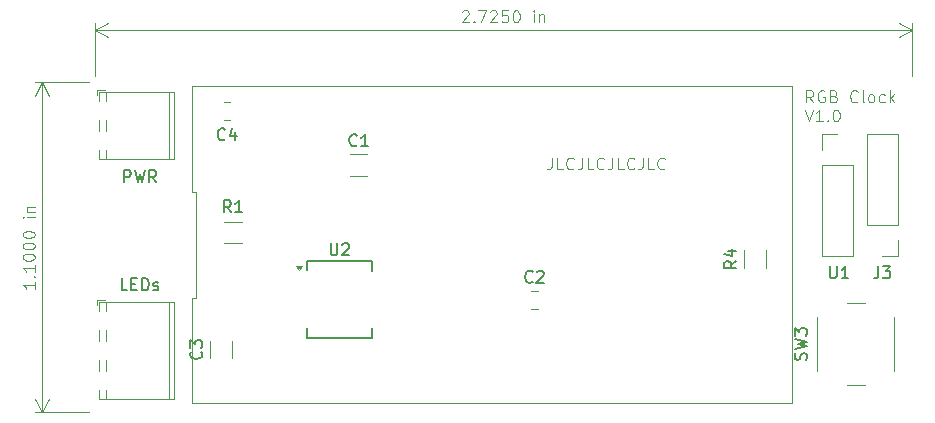
<source format=gbr>
%TF.GenerationSoftware,KiCad,Pcbnew,8.0.2-1*%
%TF.CreationDate,2025-02-23T00:33:37-05:00*%
%TF.ProjectId,RGB Clock Controller,52474220-436c-46f6-936b-20436f6e7472,rev?*%
%TF.SameCoordinates,Original*%
%TF.FileFunction,Legend,Top*%
%TF.FilePolarity,Positive*%
%FSLAX46Y46*%
G04 Gerber Fmt 4.6, Leading zero omitted, Abs format (unit mm)*
G04 Created by KiCad (PCBNEW 8.0.2-1) date 2025-02-23 00:33:37*
%MOMM*%
%LPD*%
G01*
G04 APERTURE LIST*
%ADD10C,0.100000*%
%ADD11C,0.150000*%
%ADD12C,0.120000*%
G04 APERTURE END LIST*
D10*
X97109598Y-62880419D02*
X97109598Y-63594704D01*
X97109598Y-63594704D02*
X97061979Y-63737561D01*
X97061979Y-63737561D02*
X96966741Y-63832800D01*
X96966741Y-63832800D02*
X96823884Y-63880419D01*
X96823884Y-63880419D02*
X96728646Y-63880419D01*
X98061979Y-63880419D02*
X97585789Y-63880419D01*
X97585789Y-63880419D02*
X97585789Y-62880419D01*
X98966741Y-63785180D02*
X98919122Y-63832800D01*
X98919122Y-63832800D02*
X98776265Y-63880419D01*
X98776265Y-63880419D02*
X98681027Y-63880419D01*
X98681027Y-63880419D02*
X98538170Y-63832800D01*
X98538170Y-63832800D02*
X98442932Y-63737561D01*
X98442932Y-63737561D02*
X98395313Y-63642323D01*
X98395313Y-63642323D02*
X98347694Y-63451847D01*
X98347694Y-63451847D02*
X98347694Y-63308990D01*
X98347694Y-63308990D02*
X98395313Y-63118514D01*
X98395313Y-63118514D02*
X98442932Y-63023276D01*
X98442932Y-63023276D02*
X98538170Y-62928038D01*
X98538170Y-62928038D02*
X98681027Y-62880419D01*
X98681027Y-62880419D02*
X98776265Y-62880419D01*
X98776265Y-62880419D02*
X98919122Y-62928038D01*
X98919122Y-62928038D02*
X98966741Y-62975657D01*
X99681027Y-62880419D02*
X99681027Y-63594704D01*
X99681027Y-63594704D02*
X99633408Y-63737561D01*
X99633408Y-63737561D02*
X99538170Y-63832800D01*
X99538170Y-63832800D02*
X99395313Y-63880419D01*
X99395313Y-63880419D02*
X99300075Y-63880419D01*
X100633408Y-63880419D02*
X100157218Y-63880419D01*
X100157218Y-63880419D02*
X100157218Y-62880419D01*
X101538170Y-63785180D02*
X101490551Y-63832800D01*
X101490551Y-63832800D02*
X101347694Y-63880419D01*
X101347694Y-63880419D02*
X101252456Y-63880419D01*
X101252456Y-63880419D02*
X101109599Y-63832800D01*
X101109599Y-63832800D02*
X101014361Y-63737561D01*
X101014361Y-63737561D02*
X100966742Y-63642323D01*
X100966742Y-63642323D02*
X100919123Y-63451847D01*
X100919123Y-63451847D02*
X100919123Y-63308990D01*
X100919123Y-63308990D02*
X100966742Y-63118514D01*
X100966742Y-63118514D02*
X101014361Y-63023276D01*
X101014361Y-63023276D02*
X101109599Y-62928038D01*
X101109599Y-62928038D02*
X101252456Y-62880419D01*
X101252456Y-62880419D02*
X101347694Y-62880419D01*
X101347694Y-62880419D02*
X101490551Y-62928038D01*
X101490551Y-62928038D02*
X101538170Y-62975657D01*
X102252456Y-62880419D02*
X102252456Y-63594704D01*
X102252456Y-63594704D02*
X102204837Y-63737561D01*
X102204837Y-63737561D02*
X102109599Y-63832800D01*
X102109599Y-63832800D02*
X101966742Y-63880419D01*
X101966742Y-63880419D02*
X101871504Y-63880419D01*
X103204837Y-63880419D02*
X102728647Y-63880419D01*
X102728647Y-63880419D02*
X102728647Y-62880419D01*
X104109599Y-63785180D02*
X104061980Y-63832800D01*
X104061980Y-63832800D02*
X103919123Y-63880419D01*
X103919123Y-63880419D02*
X103823885Y-63880419D01*
X103823885Y-63880419D02*
X103681028Y-63832800D01*
X103681028Y-63832800D02*
X103585790Y-63737561D01*
X103585790Y-63737561D02*
X103538171Y-63642323D01*
X103538171Y-63642323D02*
X103490552Y-63451847D01*
X103490552Y-63451847D02*
X103490552Y-63308990D01*
X103490552Y-63308990D02*
X103538171Y-63118514D01*
X103538171Y-63118514D02*
X103585790Y-63023276D01*
X103585790Y-63023276D02*
X103681028Y-62928038D01*
X103681028Y-62928038D02*
X103823885Y-62880419D01*
X103823885Y-62880419D02*
X103919123Y-62880419D01*
X103919123Y-62880419D02*
X104061980Y-62928038D01*
X104061980Y-62928038D02*
X104109599Y-62975657D01*
X104823885Y-62880419D02*
X104823885Y-63594704D01*
X104823885Y-63594704D02*
X104776266Y-63737561D01*
X104776266Y-63737561D02*
X104681028Y-63832800D01*
X104681028Y-63832800D02*
X104538171Y-63880419D01*
X104538171Y-63880419D02*
X104442933Y-63880419D01*
X105776266Y-63880419D02*
X105300076Y-63880419D01*
X105300076Y-63880419D02*
X105300076Y-62880419D01*
X106681028Y-63785180D02*
X106633409Y-63832800D01*
X106633409Y-63832800D02*
X106490552Y-63880419D01*
X106490552Y-63880419D02*
X106395314Y-63880419D01*
X106395314Y-63880419D02*
X106252457Y-63832800D01*
X106252457Y-63832800D02*
X106157219Y-63737561D01*
X106157219Y-63737561D02*
X106109600Y-63642323D01*
X106109600Y-63642323D02*
X106061981Y-63451847D01*
X106061981Y-63451847D02*
X106061981Y-63308990D01*
X106061981Y-63308990D02*
X106109600Y-63118514D01*
X106109600Y-63118514D02*
X106157219Y-63023276D01*
X106157219Y-63023276D02*
X106252457Y-62928038D01*
X106252457Y-62928038D02*
X106395314Y-62880419D01*
X106395314Y-62880419D02*
X106490552Y-62880419D01*
X106490552Y-62880419D02*
X106633409Y-62928038D01*
X106633409Y-62928038D02*
X106681028Y-62975657D01*
X119239312Y-58206475D02*
X118905979Y-57730284D01*
X118667884Y-58206475D02*
X118667884Y-57206475D01*
X118667884Y-57206475D02*
X119048836Y-57206475D01*
X119048836Y-57206475D02*
X119144074Y-57254094D01*
X119144074Y-57254094D02*
X119191693Y-57301713D01*
X119191693Y-57301713D02*
X119239312Y-57396951D01*
X119239312Y-57396951D02*
X119239312Y-57539808D01*
X119239312Y-57539808D02*
X119191693Y-57635046D01*
X119191693Y-57635046D02*
X119144074Y-57682665D01*
X119144074Y-57682665D02*
X119048836Y-57730284D01*
X119048836Y-57730284D02*
X118667884Y-57730284D01*
X120191693Y-57254094D02*
X120096455Y-57206475D01*
X120096455Y-57206475D02*
X119953598Y-57206475D01*
X119953598Y-57206475D02*
X119810741Y-57254094D01*
X119810741Y-57254094D02*
X119715503Y-57349332D01*
X119715503Y-57349332D02*
X119667884Y-57444570D01*
X119667884Y-57444570D02*
X119620265Y-57635046D01*
X119620265Y-57635046D02*
X119620265Y-57777903D01*
X119620265Y-57777903D02*
X119667884Y-57968379D01*
X119667884Y-57968379D02*
X119715503Y-58063617D01*
X119715503Y-58063617D02*
X119810741Y-58158856D01*
X119810741Y-58158856D02*
X119953598Y-58206475D01*
X119953598Y-58206475D02*
X120048836Y-58206475D01*
X120048836Y-58206475D02*
X120191693Y-58158856D01*
X120191693Y-58158856D02*
X120239312Y-58111236D01*
X120239312Y-58111236D02*
X120239312Y-57777903D01*
X120239312Y-57777903D02*
X120048836Y-57777903D01*
X121001217Y-57682665D02*
X121144074Y-57730284D01*
X121144074Y-57730284D02*
X121191693Y-57777903D01*
X121191693Y-57777903D02*
X121239312Y-57873141D01*
X121239312Y-57873141D02*
X121239312Y-58015998D01*
X121239312Y-58015998D02*
X121191693Y-58111236D01*
X121191693Y-58111236D02*
X121144074Y-58158856D01*
X121144074Y-58158856D02*
X121048836Y-58206475D01*
X121048836Y-58206475D02*
X120667884Y-58206475D01*
X120667884Y-58206475D02*
X120667884Y-57206475D01*
X120667884Y-57206475D02*
X121001217Y-57206475D01*
X121001217Y-57206475D02*
X121096455Y-57254094D01*
X121096455Y-57254094D02*
X121144074Y-57301713D01*
X121144074Y-57301713D02*
X121191693Y-57396951D01*
X121191693Y-57396951D02*
X121191693Y-57492189D01*
X121191693Y-57492189D02*
X121144074Y-57587427D01*
X121144074Y-57587427D02*
X121096455Y-57635046D01*
X121096455Y-57635046D02*
X121001217Y-57682665D01*
X121001217Y-57682665D02*
X120667884Y-57682665D01*
X123001217Y-58111236D02*
X122953598Y-58158856D01*
X122953598Y-58158856D02*
X122810741Y-58206475D01*
X122810741Y-58206475D02*
X122715503Y-58206475D01*
X122715503Y-58206475D02*
X122572646Y-58158856D01*
X122572646Y-58158856D02*
X122477408Y-58063617D01*
X122477408Y-58063617D02*
X122429789Y-57968379D01*
X122429789Y-57968379D02*
X122382170Y-57777903D01*
X122382170Y-57777903D02*
X122382170Y-57635046D01*
X122382170Y-57635046D02*
X122429789Y-57444570D01*
X122429789Y-57444570D02*
X122477408Y-57349332D01*
X122477408Y-57349332D02*
X122572646Y-57254094D01*
X122572646Y-57254094D02*
X122715503Y-57206475D01*
X122715503Y-57206475D02*
X122810741Y-57206475D01*
X122810741Y-57206475D02*
X122953598Y-57254094D01*
X122953598Y-57254094D02*
X123001217Y-57301713D01*
X123572646Y-58206475D02*
X123477408Y-58158856D01*
X123477408Y-58158856D02*
X123429789Y-58063617D01*
X123429789Y-58063617D02*
X123429789Y-57206475D01*
X124096456Y-58206475D02*
X124001218Y-58158856D01*
X124001218Y-58158856D02*
X123953599Y-58111236D01*
X123953599Y-58111236D02*
X123905980Y-58015998D01*
X123905980Y-58015998D02*
X123905980Y-57730284D01*
X123905980Y-57730284D02*
X123953599Y-57635046D01*
X123953599Y-57635046D02*
X124001218Y-57587427D01*
X124001218Y-57587427D02*
X124096456Y-57539808D01*
X124096456Y-57539808D02*
X124239313Y-57539808D01*
X124239313Y-57539808D02*
X124334551Y-57587427D01*
X124334551Y-57587427D02*
X124382170Y-57635046D01*
X124382170Y-57635046D02*
X124429789Y-57730284D01*
X124429789Y-57730284D02*
X124429789Y-58015998D01*
X124429789Y-58015998D02*
X124382170Y-58111236D01*
X124382170Y-58111236D02*
X124334551Y-58158856D01*
X124334551Y-58158856D02*
X124239313Y-58206475D01*
X124239313Y-58206475D02*
X124096456Y-58206475D01*
X125286932Y-58158856D02*
X125191694Y-58206475D01*
X125191694Y-58206475D02*
X125001218Y-58206475D01*
X125001218Y-58206475D02*
X124905980Y-58158856D01*
X124905980Y-58158856D02*
X124858361Y-58111236D01*
X124858361Y-58111236D02*
X124810742Y-58015998D01*
X124810742Y-58015998D02*
X124810742Y-57730284D01*
X124810742Y-57730284D02*
X124858361Y-57635046D01*
X124858361Y-57635046D02*
X124905980Y-57587427D01*
X124905980Y-57587427D02*
X125001218Y-57539808D01*
X125001218Y-57539808D02*
X125191694Y-57539808D01*
X125191694Y-57539808D02*
X125286932Y-57587427D01*
X125715504Y-58206475D02*
X125715504Y-57206475D01*
X125810742Y-57825522D02*
X126096456Y-58206475D01*
X126096456Y-57539808D02*
X125715504Y-57920760D01*
X118525027Y-58816419D02*
X118858360Y-59816419D01*
X118858360Y-59816419D02*
X119191693Y-58816419D01*
X120048836Y-59816419D02*
X119477408Y-59816419D01*
X119763122Y-59816419D02*
X119763122Y-58816419D01*
X119763122Y-58816419D02*
X119667884Y-58959276D01*
X119667884Y-58959276D02*
X119572646Y-59054514D01*
X119572646Y-59054514D02*
X119477408Y-59102133D01*
X120477408Y-59721180D02*
X120525027Y-59768800D01*
X120525027Y-59768800D02*
X120477408Y-59816419D01*
X120477408Y-59816419D02*
X120429789Y-59768800D01*
X120429789Y-59768800D02*
X120477408Y-59721180D01*
X120477408Y-59721180D02*
X120477408Y-59816419D01*
X121144074Y-58816419D02*
X121239312Y-58816419D01*
X121239312Y-58816419D02*
X121334550Y-58864038D01*
X121334550Y-58864038D02*
X121382169Y-58911657D01*
X121382169Y-58911657D02*
X121429788Y-59006895D01*
X121429788Y-59006895D02*
X121477407Y-59197371D01*
X121477407Y-59197371D02*
X121477407Y-59435466D01*
X121477407Y-59435466D02*
X121429788Y-59625942D01*
X121429788Y-59625942D02*
X121382169Y-59721180D01*
X121382169Y-59721180D02*
X121334550Y-59768800D01*
X121334550Y-59768800D02*
X121239312Y-59816419D01*
X121239312Y-59816419D02*
X121144074Y-59816419D01*
X121144074Y-59816419D02*
X121048836Y-59768800D01*
X121048836Y-59768800D02*
X121001217Y-59721180D01*
X121001217Y-59721180D02*
X120953598Y-59625942D01*
X120953598Y-59625942D02*
X120905979Y-59435466D01*
X120905979Y-59435466D02*
X120905979Y-59197371D01*
X120905979Y-59197371D02*
X120953598Y-59006895D01*
X120953598Y-59006895D02*
X121001217Y-58911657D01*
X121001217Y-58911657D02*
X121048836Y-58864038D01*
X121048836Y-58864038D02*
X121144074Y-58816419D01*
X53332419Y-73413571D02*
X53332419Y-73984999D01*
X53332419Y-73699285D02*
X52332419Y-73699285D01*
X52332419Y-73699285D02*
X52475276Y-73794523D01*
X52475276Y-73794523D02*
X52570514Y-73889761D01*
X52570514Y-73889761D02*
X52618133Y-73984999D01*
X53237180Y-72984999D02*
X53284800Y-72937380D01*
X53284800Y-72937380D02*
X53332419Y-72984999D01*
X53332419Y-72984999D02*
X53284800Y-73032618D01*
X53284800Y-73032618D02*
X53237180Y-72984999D01*
X53237180Y-72984999D02*
X53332419Y-72984999D01*
X53332419Y-71985000D02*
X53332419Y-72556428D01*
X53332419Y-72270714D02*
X52332419Y-72270714D01*
X52332419Y-72270714D02*
X52475276Y-72365952D01*
X52475276Y-72365952D02*
X52570514Y-72461190D01*
X52570514Y-72461190D02*
X52618133Y-72556428D01*
X52332419Y-71365952D02*
X52332419Y-71270714D01*
X52332419Y-71270714D02*
X52380038Y-71175476D01*
X52380038Y-71175476D02*
X52427657Y-71127857D01*
X52427657Y-71127857D02*
X52522895Y-71080238D01*
X52522895Y-71080238D02*
X52713371Y-71032619D01*
X52713371Y-71032619D02*
X52951466Y-71032619D01*
X52951466Y-71032619D02*
X53141942Y-71080238D01*
X53141942Y-71080238D02*
X53237180Y-71127857D01*
X53237180Y-71127857D02*
X53284800Y-71175476D01*
X53284800Y-71175476D02*
X53332419Y-71270714D01*
X53332419Y-71270714D02*
X53332419Y-71365952D01*
X53332419Y-71365952D02*
X53284800Y-71461190D01*
X53284800Y-71461190D02*
X53237180Y-71508809D01*
X53237180Y-71508809D02*
X53141942Y-71556428D01*
X53141942Y-71556428D02*
X52951466Y-71604047D01*
X52951466Y-71604047D02*
X52713371Y-71604047D01*
X52713371Y-71604047D02*
X52522895Y-71556428D01*
X52522895Y-71556428D02*
X52427657Y-71508809D01*
X52427657Y-71508809D02*
X52380038Y-71461190D01*
X52380038Y-71461190D02*
X52332419Y-71365952D01*
X52332419Y-70413571D02*
X52332419Y-70318333D01*
X52332419Y-70318333D02*
X52380038Y-70223095D01*
X52380038Y-70223095D02*
X52427657Y-70175476D01*
X52427657Y-70175476D02*
X52522895Y-70127857D01*
X52522895Y-70127857D02*
X52713371Y-70080238D01*
X52713371Y-70080238D02*
X52951466Y-70080238D01*
X52951466Y-70080238D02*
X53141942Y-70127857D01*
X53141942Y-70127857D02*
X53237180Y-70175476D01*
X53237180Y-70175476D02*
X53284800Y-70223095D01*
X53284800Y-70223095D02*
X53332419Y-70318333D01*
X53332419Y-70318333D02*
X53332419Y-70413571D01*
X53332419Y-70413571D02*
X53284800Y-70508809D01*
X53284800Y-70508809D02*
X53237180Y-70556428D01*
X53237180Y-70556428D02*
X53141942Y-70604047D01*
X53141942Y-70604047D02*
X52951466Y-70651666D01*
X52951466Y-70651666D02*
X52713371Y-70651666D01*
X52713371Y-70651666D02*
X52522895Y-70604047D01*
X52522895Y-70604047D02*
X52427657Y-70556428D01*
X52427657Y-70556428D02*
X52380038Y-70508809D01*
X52380038Y-70508809D02*
X52332419Y-70413571D01*
X52332419Y-69461190D02*
X52332419Y-69365952D01*
X52332419Y-69365952D02*
X52380038Y-69270714D01*
X52380038Y-69270714D02*
X52427657Y-69223095D01*
X52427657Y-69223095D02*
X52522895Y-69175476D01*
X52522895Y-69175476D02*
X52713371Y-69127857D01*
X52713371Y-69127857D02*
X52951466Y-69127857D01*
X52951466Y-69127857D02*
X53141942Y-69175476D01*
X53141942Y-69175476D02*
X53237180Y-69223095D01*
X53237180Y-69223095D02*
X53284800Y-69270714D01*
X53284800Y-69270714D02*
X53332419Y-69365952D01*
X53332419Y-69365952D02*
X53332419Y-69461190D01*
X53332419Y-69461190D02*
X53284800Y-69556428D01*
X53284800Y-69556428D02*
X53237180Y-69604047D01*
X53237180Y-69604047D02*
X53141942Y-69651666D01*
X53141942Y-69651666D02*
X52951466Y-69699285D01*
X52951466Y-69699285D02*
X52713371Y-69699285D01*
X52713371Y-69699285D02*
X52522895Y-69651666D01*
X52522895Y-69651666D02*
X52427657Y-69604047D01*
X52427657Y-69604047D02*
X52380038Y-69556428D01*
X52380038Y-69556428D02*
X52332419Y-69461190D01*
X53332419Y-67937380D02*
X52665752Y-67937380D01*
X52332419Y-67937380D02*
X52380038Y-67984999D01*
X52380038Y-67984999D02*
X52427657Y-67937380D01*
X52427657Y-67937380D02*
X52380038Y-67889761D01*
X52380038Y-67889761D02*
X52332419Y-67937380D01*
X52332419Y-67937380D02*
X52427657Y-67937380D01*
X52665752Y-67461190D02*
X53332419Y-67461190D01*
X52760990Y-67461190D02*
X52713371Y-67413571D01*
X52713371Y-67413571D02*
X52665752Y-67318333D01*
X52665752Y-67318333D02*
X52665752Y-67175476D01*
X52665752Y-67175476D02*
X52713371Y-67080238D01*
X52713371Y-67080238D02*
X52808609Y-67032619D01*
X52808609Y-67032619D02*
X53332419Y-67032619D01*
X57920000Y-56515000D02*
X53388580Y-56515000D01*
X57920000Y-84455000D02*
X53388580Y-84455000D01*
X53975000Y-56515000D02*
X53975000Y-84455000D01*
X53975000Y-56515000D02*
X53975000Y-84455000D01*
X53975000Y-56515000D02*
X54561421Y-57641504D01*
X53975000Y-56515000D02*
X53388579Y-57641504D01*
X53975000Y-84455000D02*
X53388579Y-83328496D01*
X53975000Y-84455000D02*
X54561421Y-83328496D01*
X89527500Y-50522657D02*
X89575119Y-50475038D01*
X89575119Y-50475038D02*
X89670357Y-50427419D01*
X89670357Y-50427419D02*
X89908452Y-50427419D01*
X89908452Y-50427419D02*
X90003690Y-50475038D01*
X90003690Y-50475038D02*
X90051309Y-50522657D01*
X90051309Y-50522657D02*
X90098928Y-50617895D01*
X90098928Y-50617895D02*
X90098928Y-50713133D01*
X90098928Y-50713133D02*
X90051309Y-50855990D01*
X90051309Y-50855990D02*
X89479881Y-51427419D01*
X89479881Y-51427419D02*
X90098928Y-51427419D01*
X90527500Y-51332180D02*
X90575119Y-51379800D01*
X90575119Y-51379800D02*
X90527500Y-51427419D01*
X90527500Y-51427419D02*
X90479881Y-51379800D01*
X90479881Y-51379800D02*
X90527500Y-51332180D01*
X90527500Y-51332180D02*
X90527500Y-51427419D01*
X90908452Y-50427419D02*
X91575118Y-50427419D01*
X91575118Y-50427419D02*
X91146547Y-51427419D01*
X91908452Y-50522657D02*
X91956071Y-50475038D01*
X91956071Y-50475038D02*
X92051309Y-50427419D01*
X92051309Y-50427419D02*
X92289404Y-50427419D01*
X92289404Y-50427419D02*
X92384642Y-50475038D01*
X92384642Y-50475038D02*
X92432261Y-50522657D01*
X92432261Y-50522657D02*
X92479880Y-50617895D01*
X92479880Y-50617895D02*
X92479880Y-50713133D01*
X92479880Y-50713133D02*
X92432261Y-50855990D01*
X92432261Y-50855990D02*
X91860833Y-51427419D01*
X91860833Y-51427419D02*
X92479880Y-51427419D01*
X93384642Y-50427419D02*
X92908452Y-50427419D01*
X92908452Y-50427419D02*
X92860833Y-50903609D01*
X92860833Y-50903609D02*
X92908452Y-50855990D01*
X92908452Y-50855990D02*
X93003690Y-50808371D01*
X93003690Y-50808371D02*
X93241785Y-50808371D01*
X93241785Y-50808371D02*
X93337023Y-50855990D01*
X93337023Y-50855990D02*
X93384642Y-50903609D01*
X93384642Y-50903609D02*
X93432261Y-50998847D01*
X93432261Y-50998847D02*
X93432261Y-51236942D01*
X93432261Y-51236942D02*
X93384642Y-51332180D01*
X93384642Y-51332180D02*
X93337023Y-51379800D01*
X93337023Y-51379800D02*
X93241785Y-51427419D01*
X93241785Y-51427419D02*
X93003690Y-51427419D01*
X93003690Y-51427419D02*
X92908452Y-51379800D01*
X92908452Y-51379800D02*
X92860833Y-51332180D01*
X94051309Y-50427419D02*
X94146547Y-50427419D01*
X94146547Y-50427419D02*
X94241785Y-50475038D01*
X94241785Y-50475038D02*
X94289404Y-50522657D01*
X94289404Y-50522657D02*
X94337023Y-50617895D01*
X94337023Y-50617895D02*
X94384642Y-50808371D01*
X94384642Y-50808371D02*
X94384642Y-51046466D01*
X94384642Y-51046466D02*
X94337023Y-51236942D01*
X94337023Y-51236942D02*
X94289404Y-51332180D01*
X94289404Y-51332180D02*
X94241785Y-51379800D01*
X94241785Y-51379800D02*
X94146547Y-51427419D01*
X94146547Y-51427419D02*
X94051309Y-51427419D01*
X94051309Y-51427419D02*
X93956071Y-51379800D01*
X93956071Y-51379800D02*
X93908452Y-51332180D01*
X93908452Y-51332180D02*
X93860833Y-51236942D01*
X93860833Y-51236942D02*
X93813214Y-51046466D01*
X93813214Y-51046466D02*
X93813214Y-50808371D01*
X93813214Y-50808371D02*
X93860833Y-50617895D01*
X93860833Y-50617895D02*
X93908452Y-50522657D01*
X93908452Y-50522657D02*
X93956071Y-50475038D01*
X93956071Y-50475038D02*
X94051309Y-50427419D01*
X95575119Y-51427419D02*
X95575119Y-50760752D01*
X95575119Y-50427419D02*
X95527500Y-50475038D01*
X95527500Y-50475038D02*
X95575119Y-50522657D01*
X95575119Y-50522657D02*
X95622738Y-50475038D01*
X95622738Y-50475038D02*
X95575119Y-50427419D01*
X95575119Y-50427419D02*
X95575119Y-50522657D01*
X96051309Y-50760752D02*
X96051309Y-51427419D01*
X96051309Y-50855990D02*
X96098928Y-50808371D01*
X96098928Y-50808371D02*
X96194166Y-50760752D01*
X96194166Y-50760752D02*
X96337023Y-50760752D01*
X96337023Y-50760752D02*
X96432261Y-50808371D01*
X96432261Y-50808371D02*
X96479880Y-50903609D01*
X96479880Y-50903609D02*
X96479880Y-51427419D01*
X58420000Y-56015000D02*
X58420000Y-51483580D01*
X127635000Y-56015000D02*
X127635000Y-51483580D01*
X58420000Y-52070000D02*
X127635000Y-52070000D01*
X58420000Y-52070000D02*
X127635000Y-52070000D01*
X58420000Y-52070000D02*
X59546504Y-51483579D01*
X58420000Y-52070000D02*
X59546504Y-52656421D01*
X127635000Y-52070000D02*
X126508496Y-52656421D01*
X127635000Y-52070000D02*
X126508496Y-51483579D01*
D11*
X67415580Y-79309166D02*
X67463200Y-79356785D01*
X67463200Y-79356785D02*
X67510819Y-79499642D01*
X67510819Y-79499642D02*
X67510819Y-79594880D01*
X67510819Y-79594880D02*
X67463200Y-79737737D01*
X67463200Y-79737737D02*
X67367961Y-79832975D01*
X67367961Y-79832975D02*
X67272723Y-79880594D01*
X67272723Y-79880594D02*
X67082247Y-79928213D01*
X67082247Y-79928213D02*
X66939390Y-79928213D01*
X66939390Y-79928213D02*
X66748914Y-79880594D01*
X66748914Y-79880594D02*
X66653676Y-79832975D01*
X66653676Y-79832975D02*
X66558438Y-79737737D01*
X66558438Y-79737737D02*
X66510819Y-79594880D01*
X66510819Y-79594880D02*
X66510819Y-79499642D01*
X66510819Y-79499642D02*
X66558438Y-79356785D01*
X66558438Y-79356785D02*
X66606057Y-79309166D01*
X66510819Y-78975832D02*
X66510819Y-78356785D01*
X66510819Y-78356785D02*
X66891771Y-78690118D01*
X66891771Y-78690118D02*
X66891771Y-78547261D01*
X66891771Y-78547261D02*
X66939390Y-78452023D01*
X66939390Y-78452023D02*
X66987009Y-78404404D01*
X66987009Y-78404404D02*
X67082247Y-78356785D01*
X67082247Y-78356785D02*
X67320342Y-78356785D01*
X67320342Y-78356785D02*
X67415580Y-78404404D01*
X67415580Y-78404404D02*
X67463200Y-78452023D01*
X67463200Y-78452023D02*
X67510819Y-78547261D01*
X67510819Y-78547261D02*
X67510819Y-78832975D01*
X67510819Y-78832975D02*
X67463200Y-78928213D01*
X67463200Y-78928213D02*
X67415580Y-78975832D01*
X80605333Y-61827580D02*
X80557714Y-61875200D01*
X80557714Y-61875200D02*
X80414857Y-61922819D01*
X80414857Y-61922819D02*
X80319619Y-61922819D01*
X80319619Y-61922819D02*
X80176762Y-61875200D01*
X80176762Y-61875200D02*
X80081524Y-61779961D01*
X80081524Y-61779961D02*
X80033905Y-61684723D01*
X80033905Y-61684723D02*
X79986286Y-61494247D01*
X79986286Y-61494247D02*
X79986286Y-61351390D01*
X79986286Y-61351390D02*
X80033905Y-61160914D01*
X80033905Y-61160914D02*
X80081524Y-61065676D01*
X80081524Y-61065676D02*
X80176762Y-60970438D01*
X80176762Y-60970438D02*
X80319619Y-60922819D01*
X80319619Y-60922819D02*
X80414857Y-60922819D01*
X80414857Y-60922819D02*
X80557714Y-60970438D01*
X80557714Y-60970438D02*
X80605333Y-61018057D01*
X81557714Y-61922819D02*
X80986286Y-61922819D01*
X81272000Y-61922819D02*
X81272000Y-60922819D01*
X81272000Y-60922819D02*
X81176762Y-61065676D01*
X81176762Y-61065676D02*
X81081524Y-61160914D01*
X81081524Y-61160914D02*
X80986286Y-61208533D01*
X69937333Y-67510819D02*
X69604000Y-67034628D01*
X69365905Y-67510819D02*
X69365905Y-66510819D01*
X69365905Y-66510819D02*
X69746857Y-66510819D01*
X69746857Y-66510819D02*
X69842095Y-66558438D01*
X69842095Y-66558438D02*
X69889714Y-66606057D01*
X69889714Y-66606057D02*
X69937333Y-66701295D01*
X69937333Y-66701295D02*
X69937333Y-66844152D01*
X69937333Y-66844152D02*
X69889714Y-66939390D01*
X69889714Y-66939390D02*
X69842095Y-66987009D01*
X69842095Y-66987009D02*
X69746857Y-67034628D01*
X69746857Y-67034628D02*
X69365905Y-67034628D01*
X70889714Y-67510819D02*
X70318286Y-67510819D01*
X70604000Y-67510819D02*
X70604000Y-66510819D01*
X70604000Y-66510819D02*
X70508762Y-66653676D01*
X70508762Y-66653676D02*
X70413524Y-66748914D01*
X70413524Y-66748914D02*
X70318286Y-66796533D01*
X124761666Y-72098819D02*
X124761666Y-72813104D01*
X124761666Y-72813104D02*
X124714047Y-72955961D01*
X124714047Y-72955961D02*
X124618809Y-73051200D01*
X124618809Y-73051200D02*
X124475952Y-73098819D01*
X124475952Y-73098819D02*
X124380714Y-73098819D01*
X125142619Y-72098819D02*
X125761666Y-72098819D01*
X125761666Y-72098819D02*
X125428333Y-72479771D01*
X125428333Y-72479771D02*
X125571190Y-72479771D01*
X125571190Y-72479771D02*
X125666428Y-72527390D01*
X125666428Y-72527390D02*
X125714047Y-72575009D01*
X125714047Y-72575009D02*
X125761666Y-72670247D01*
X125761666Y-72670247D02*
X125761666Y-72908342D01*
X125761666Y-72908342D02*
X125714047Y-73003580D01*
X125714047Y-73003580D02*
X125666428Y-73051200D01*
X125666428Y-73051200D02*
X125571190Y-73098819D01*
X125571190Y-73098819D02*
X125285476Y-73098819D01*
X125285476Y-73098819D02*
X125190238Y-73051200D01*
X125190238Y-73051200D02*
X125142619Y-73003580D01*
X78380095Y-70154819D02*
X78380095Y-70964342D01*
X78380095Y-70964342D02*
X78427714Y-71059580D01*
X78427714Y-71059580D02*
X78475333Y-71107200D01*
X78475333Y-71107200D02*
X78570571Y-71154819D01*
X78570571Y-71154819D02*
X78761047Y-71154819D01*
X78761047Y-71154819D02*
X78856285Y-71107200D01*
X78856285Y-71107200D02*
X78903904Y-71059580D01*
X78903904Y-71059580D02*
X78951523Y-70964342D01*
X78951523Y-70964342D02*
X78951523Y-70154819D01*
X79380095Y-70250057D02*
X79427714Y-70202438D01*
X79427714Y-70202438D02*
X79522952Y-70154819D01*
X79522952Y-70154819D02*
X79761047Y-70154819D01*
X79761047Y-70154819D02*
X79856285Y-70202438D01*
X79856285Y-70202438D02*
X79903904Y-70250057D01*
X79903904Y-70250057D02*
X79951523Y-70345295D01*
X79951523Y-70345295D02*
X79951523Y-70440533D01*
X79951523Y-70440533D02*
X79903904Y-70583390D01*
X79903904Y-70583390D02*
X79332476Y-71154819D01*
X79332476Y-71154819D02*
X79951523Y-71154819D01*
X95485833Y-73384580D02*
X95438214Y-73432200D01*
X95438214Y-73432200D02*
X95295357Y-73479819D01*
X95295357Y-73479819D02*
X95200119Y-73479819D01*
X95200119Y-73479819D02*
X95057262Y-73432200D01*
X95057262Y-73432200D02*
X94962024Y-73336961D01*
X94962024Y-73336961D02*
X94914405Y-73241723D01*
X94914405Y-73241723D02*
X94866786Y-73051247D01*
X94866786Y-73051247D02*
X94866786Y-72908390D01*
X94866786Y-72908390D02*
X94914405Y-72717914D01*
X94914405Y-72717914D02*
X94962024Y-72622676D01*
X94962024Y-72622676D02*
X95057262Y-72527438D01*
X95057262Y-72527438D02*
X95200119Y-72479819D01*
X95200119Y-72479819D02*
X95295357Y-72479819D01*
X95295357Y-72479819D02*
X95438214Y-72527438D01*
X95438214Y-72527438D02*
X95485833Y-72575057D01*
X95866786Y-72575057D02*
X95914405Y-72527438D01*
X95914405Y-72527438D02*
X96009643Y-72479819D01*
X96009643Y-72479819D02*
X96247738Y-72479819D01*
X96247738Y-72479819D02*
X96342976Y-72527438D01*
X96342976Y-72527438D02*
X96390595Y-72575057D01*
X96390595Y-72575057D02*
X96438214Y-72670295D01*
X96438214Y-72670295D02*
X96438214Y-72765533D01*
X96438214Y-72765533D02*
X96390595Y-72908390D01*
X96390595Y-72908390D02*
X95819167Y-73479819D01*
X95819167Y-73479819D02*
X96438214Y-73479819D01*
X120650095Y-72098819D02*
X120650095Y-72908342D01*
X120650095Y-72908342D02*
X120697714Y-73003580D01*
X120697714Y-73003580D02*
X120745333Y-73051200D01*
X120745333Y-73051200D02*
X120840571Y-73098819D01*
X120840571Y-73098819D02*
X121031047Y-73098819D01*
X121031047Y-73098819D02*
X121126285Y-73051200D01*
X121126285Y-73051200D02*
X121173904Y-73003580D01*
X121173904Y-73003580D02*
X121221523Y-72908342D01*
X121221523Y-72908342D02*
X121221523Y-72098819D01*
X122221523Y-73098819D02*
X121650095Y-73098819D01*
X121935809Y-73098819D02*
X121935809Y-72098819D01*
X121935809Y-72098819D02*
X121840571Y-72241676D01*
X121840571Y-72241676D02*
X121745333Y-72336914D01*
X121745333Y-72336914D02*
X121650095Y-72384533D01*
X60896667Y-64970819D02*
X60896667Y-63970819D01*
X60896667Y-63970819D02*
X61277619Y-63970819D01*
X61277619Y-63970819D02*
X61372857Y-64018438D01*
X61372857Y-64018438D02*
X61420476Y-64066057D01*
X61420476Y-64066057D02*
X61468095Y-64161295D01*
X61468095Y-64161295D02*
X61468095Y-64304152D01*
X61468095Y-64304152D02*
X61420476Y-64399390D01*
X61420476Y-64399390D02*
X61372857Y-64447009D01*
X61372857Y-64447009D02*
X61277619Y-64494628D01*
X61277619Y-64494628D02*
X60896667Y-64494628D01*
X61801429Y-63970819D02*
X62039524Y-64970819D01*
X62039524Y-64970819D02*
X62230000Y-64256533D01*
X62230000Y-64256533D02*
X62420476Y-64970819D01*
X62420476Y-64970819D02*
X62658572Y-63970819D01*
X63610952Y-64970819D02*
X63277619Y-64494628D01*
X63039524Y-64970819D02*
X63039524Y-63970819D01*
X63039524Y-63970819D02*
X63420476Y-63970819D01*
X63420476Y-63970819D02*
X63515714Y-64018438D01*
X63515714Y-64018438D02*
X63563333Y-64066057D01*
X63563333Y-64066057D02*
X63610952Y-64161295D01*
X63610952Y-64161295D02*
X63610952Y-64304152D01*
X63610952Y-64304152D02*
X63563333Y-64399390D01*
X63563333Y-64399390D02*
X63515714Y-64447009D01*
X63515714Y-64447009D02*
X63420476Y-64494628D01*
X63420476Y-64494628D02*
X63039524Y-64494628D01*
X61182380Y-74114819D02*
X60706190Y-74114819D01*
X60706190Y-74114819D02*
X60706190Y-73114819D01*
X61515714Y-73591009D02*
X61849047Y-73591009D01*
X61991904Y-74114819D02*
X61515714Y-74114819D01*
X61515714Y-74114819D02*
X61515714Y-73114819D01*
X61515714Y-73114819D02*
X61991904Y-73114819D01*
X62420476Y-74114819D02*
X62420476Y-73114819D01*
X62420476Y-73114819D02*
X62658571Y-73114819D01*
X62658571Y-73114819D02*
X62801428Y-73162438D01*
X62801428Y-73162438D02*
X62896666Y-73257676D01*
X62896666Y-73257676D02*
X62944285Y-73352914D01*
X62944285Y-73352914D02*
X62991904Y-73543390D01*
X62991904Y-73543390D02*
X62991904Y-73686247D01*
X62991904Y-73686247D02*
X62944285Y-73876723D01*
X62944285Y-73876723D02*
X62896666Y-73971961D01*
X62896666Y-73971961D02*
X62801428Y-74067200D01*
X62801428Y-74067200D02*
X62658571Y-74114819D01*
X62658571Y-74114819D02*
X62420476Y-74114819D01*
X63372857Y-74067200D02*
X63468095Y-74114819D01*
X63468095Y-74114819D02*
X63658571Y-74114819D01*
X63658571Y-74114819D02*
X63753809Y-74067200D01*
X63753809Y-74067200D02*
X63801428Y-73971961D01*
X63801428Y-73971961D02*
X63801428Y-73924342D01*
X63801428Y-73924342D02*
X63753809Y-73829104D01*
X63753809Y-73829104D02*
X63658571Y-73781485D01*
X63658571Y-73781485D02*
X63515714Y-73781485D01*
X63515714Y-73781485D02*
X63420476Y-73733866D01*
X63420476Y-73733866D02*
X63372857Y-73638628D01*
X63372857Y-73638628D02*
X63372857Y-73591009D01*
X63372857Y-73591009D02*
X63420476Y-73495771D01*
X63420476Y-73495771D02*
X63515714Y-73448152D01*
X63515714Y-73448152D02*
X63658571Y-73448152D01*
X63658571Y-73448152D02*
X63753809Y-73495771D01*
X118644200Y-79998332D02*
X118691819Y-79855475D01*
X118691819Y-79855475D02*
X118691819Y-79617380D01*
X118691819Y-79617380D02*
X118644200Y-79522142D01*
X118644200Y-79522142D02*
X118596580Y-79474523D01*
X118596580Y-79474523D02*
X118501342Y-79426904D01*
X118501342Y-79426904D02*
X118406104Y-79426904D01*
X118406104Y-79426904D02*
X118310866Y-79474523D01*
X118310866Y-79474523D02*
X118263247Y-79522142D01*
X118263247Y-79522142D02*
X118215628Y-79617380D01*
X118215628Y-79617380D02*
X118168009Y-79807856D01*
X118168009Y-79807856D02*
X118120390Y-79903094D01*
X118120390Y-79903094D02*
X118072771Y-79950713D01*
X118072771Y-79950713D02*
X117977533Y-79998332D01*
X117977533Y-79998332D02*
X117882295Y-79998332D01*
X117882295Y-79998332D02*
X117787057Y-79950713D01*
X117787057Y-79950713D02*
X117739438Y-79903094D01*
X117739438Y-79903094D02*
X117691819Y-79807856D01*
X117691819Y-79807856D02*
X117691819Y-79569761D01*
X117691819Y-79569761D02*
X117739438Y-79426904D01*
X117691819Y-79093570D02*
X118691819Y-78855475D01*
X118691819Y-78855475D02*
X117977533Y-78664999D01*
X117977533Y-78664999D02*
X118691819Y-78474523D01*
X118691819Y-78474523D02*
X117691819Y-78236428D01*
X117691819Y-77950713D02*
X117691819Y-77331666D01*
X117691819Y-77331666D02*
X118072771Y-77664999D01*
X118072771Y-77664999D02*
X118072771Y-77522142D01*
X118072771Y-77522142D02*
X118120390Y-77426904D01*
X118120390Y-77426904D02*
X118168009Y-77379285D01*
X118168009Y-77379285D02*
X118263247Y-77331666D01*
X118263247Y-77331666D02*
X118501342Y-77331666D01*
X118501342Y-77331666D02*
X118596580Y-77379285D01*
X118596580Y-77379285D02*
X118644200Y-77426904D01*
X118644200Y-77426904D02*
X118691819Y-77522142D01*
X118691819Y-77522142D02*
X118691819Y-77807856D01*
X118691819Y-77807856D02*
X118644200Y-77903094D01*
X118644200Y-77903094D02*
X118596580Y-77950713D01*
X69450833Y-61319580D02*
X69403214Y-61367200D01*
X69403214Y-61367200D02*
X69260357Y-61414819D01*
X69260357Y-61414819D02*
X69165119Y-61414819D01*
X69165119Y-61414819D02*
X69022262Y-61367200D01*
X69022262Y-61367200D02*
X68927024Y-61271961D01*
X68927024Y-61271961D02*
X68879405Y-61176723D01*
X68879405Y-61176723D02*
X68831786Y-60986247D01*
X68831786Y-60986247D02*
X68831786Y-60843390D01*
X68831786Y-60843390D02*
X68879405Y-60652914D01*
X68879405Y-60652914D02*
X68927024Y-60557676D01*
X68927024Y-60557676D02*
X69022262Y-60462438D01*
X69022262Y-60462438D02*
X69165119Y-60414819D01*
X69165119Y-60414819D02*
X69260357Y-60414819D01*
X69260357Y-60414819D02*
X69403214Y-60462438D01*
X69403214Y-60462438D02*
X69450833Y-60510057D01*
X70307976Y-60748152D02*
X70307976Y-61414819D01*
X70069881Y-60367200D02*
X69831786Y-61081485D01*
X69831786Y-61081485D02*
X70450833Y-61081485D01*
X112722819Y-71641666D02*
X112246628Y-71974999D01*
X112722819Y-72213094D02*
X111722819Y-72213094D01*
X111722819Y-72213094D02*
X111722819Y-71832142D01*
X111722819Y-71832142D02*
X111770438Y-71736904D01*
X111770438Y-71736904D02*
X111818057Y-71689285D01*
X111818057Y-71689285D02*
X111913295Y-71641666D01*
X111913295Y-71641666D02*
X112056152Y-71641666D01*
X112056152Y-71641666D02*
X112151390Y-71689285D01*
X112151390Y-71689285D02*
X112199009Y-71736904D01*
X112199009Y-71736904D02*
X112246628Y-71832142D01*
X112246628Y-71832142D02*
X112246628Y-72213094D01*
X112056152Y-70784523D02*
X112722819Y-70784523D01*
X111675200Y-71022618D02*
X112389485Y-71260713D01*
X112389485Y-71260713D02*
X112389485Y-70641666D01*
D12*
%TO.C,C3*%
X68178000Y-79853752D02*
X68178000Y-78431248D01*
X69998000Y-79853752D02*
X69998000Y-78431248D01*
%TO.C,C1*%
X81444752Y-62590000D02*
X80022248Y-62590000D01*
X81444752Y-64410000D02*
X80022248Y-64410000D01*
%TO.C,R1*%
X69402936Y-68305000D02*
X70857064Y-68305000D01*
X69402936Y-70125000D02*
X70857064Y-70125000D01*
%TO.C,J3*%
X123765000Y-68580000D02*
X123765000Y-60900000D01*
X126425000Y-60900000D02*
X123765000Y-60900000D01*
X126425000Y-68580000D02*
X123765000Y-68580000D01*
X126425000Y-68580000D02*
X126425000Y-60900000D01*
X126425000Y-69850000D02*
X126425000Y-71180000D01*
X126425000Y-71180000D02*
X125095000Y-71180000D01*
D11*
%TO.C,U2*%
X76367000Y-71625000D02*
X76367000Y-72425000D01*
X76367000Y-71625000D02*
X81917000Y-71625000D01*
X76367000Y-78175000D02*
X76367000Y-77275000D01*
X76367000Y-78175000D02*
X81917000Y-78175000D01*
X81917000Y-71625000D02*
X81917000Y-72525000D01*
X81917000Y-78175000D02*
X81917000Y-77275000D01*
D12*
X75729500Y-72425000D02*
X75489500Y-72095000D01*
X75969500Y-72095000D01*
X75729500Y-72425000D01*
G36*
X75729500Y-72425000D02*
G01*
X75489500Y-72095000D01*
X75969500Y-72095000D01*
X75729500Y-72425000D01*
G37*
%TO.C,C2*%
X95913752Y-74195000D02*
X95391248Y-74195000D01*
X95913752Y-75665000D02*
X95391248Y-75665000D01*
%TO.C,A1*%
X66655000Y-56847000D02*
X66655000Y-65800334D01*
X66655000Y-65800334D02*
X67015000Y-65800334D01*
X66655000Y-74753666D02*
X66655000Y-83706999D01*
X66655000Y-83706999D02*
X117415000Y-83707000D01*
X67015000Y-65800334D02*
X67015000Y-74753666D01*
X67015000Y-74753666D02*
X66655000Y-74753666D01*
X117415000Y-56847001D02*
X66655000Y-56847000D01*
X117415000Y-83707000D02*
X117415000Y-56847001D01*
%TO.C,U1*%
X119955000Y-60900000D02*
X121285000Y-60900000D01*
X119955000Y-62230000D02*
X119955000Y-60900000D01*
X119955000Y-63500000D02*
X119955000Y-71180000D01*
X119955000Y-63500000D02*
X122615000Y-63500000D01*
X119955000Y-71180000D02*
X122615000Y-71180000D01*
X122615000Y-63500000D02*
X122615000Y-71180000D01*
%TO.C,PWR*%
X58576000Y-57128000D02*
X58576000Y-57628000D01*
X58816000Y-57368000D02*
X58816000Y-58138000D01*
X58816000Y-59718000D02*
X58816000Y-60678000D01*
X58816000Y-62258000D02*
X58816000Y-63028000D01*
X59316000Y-57128000D02*
X58576000Y-57128000D01*
X59376000Y-57368000D02*
X59376000Y-58138000D01*
X59376000Y-59718000D02*
X59376000Y-60678000D01*
X59376000Y-62258000D02*
X59376000Y-63028000D01*
X64676000Y-57368000D02*
X64676000Y-63028000D01*
X65136000Y-57368000D02*
X58816000Y-57368000D01*
X65136000Y-57368000D02*
X65136000Y-63028000D01*
X65136000Y-63028000D02*
X58816000Y-63028000D01*
%TO.C,LEDs*%
X58576000Y-74908000D02*
X58576000Y-75408000D01*
X58816000Y-75148000D02*
X58816000Y-75918000D01*
X58816000Y-77498000D02*
X58816000Y-78458000D01*
X58816000Y-80038000D02*
X58816000Y-80998000D01*
X58816000Y-82578000D02*
X58816000Y-83348000D01*
X59316000Y-74908000D02*
X58576000Y-74908000D01*
X59376000Y-75148000D02*
X59376000Y-75918000D01*
X59376000Y-77498000D02*
X59376000Y-78458000D01*
X59376000Y-80038000D02*
X59376000Y-80998000D01*
X59376000Y-82578000D02*
X59376000Y-83348000D01*
X64676000Y-75148000D02*
X64676000Y-83348000D01*
X65136000Y-75148000D02*
X58816000Y-75148000D01*
X65136000Y-75148000D02*
X65136000Y-83348000D01*
X65136000Y-83348000D02*
X58816000Y-83348000D01*
%TO.C,SW3*%
X119595000Y-76415000D02*
X119595000Y-80915000D01*
X122095000Y-82165000D02*
X123595000Y-82165000D01*
X123595000Y-75165000D02*
X122095000Y-75165000D01*
X126095000Y-80915000D02*
X126095000Y-76415000D01*
%TO.C,C4*%
X69878752Y-58193000D02*
X69356248Y-58193000D01*
X69878752Y-59663000D02*
X69356248Y-59663000D01*
%TO.C,R4*%
X113390000Y-70747936D02*
X113390000Y-72202064D01*
X115210000Y-70747936D02*
X115210000Y-72202064D01*
%TD*%
M02*

</source>
